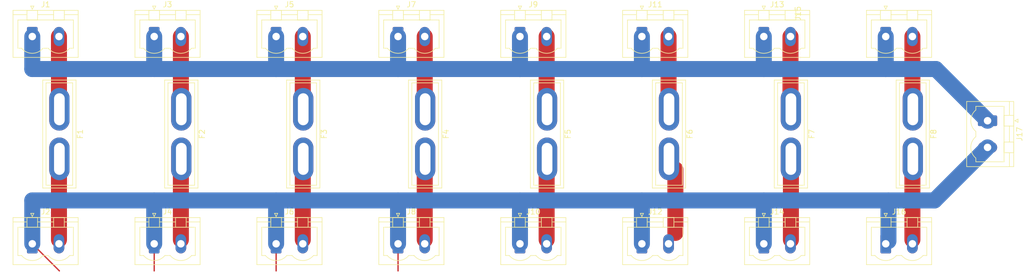
<source format=kicad_pcb>
(kicad_pcb (version 20211014) (generator pcbnew)
  (layers (0 "F.Cu" signal) (31 "B.Cu" signal) (34 "B.Paste" user) (35 "F.Paste" user) (36 "B.SilkS" user "B.Silkscreen") (37 "F.SilkS" user "F.Silkscreen") (38 "B.Mask" user) (39 "F.Mask" user) (44 "Edge.Cuts" user))
  (net 0 "")
  (net 1 "Net-(F1-Pad1)")
  (net 2 "Net-(F1-Pad2)")
  (net 3 "Net-(F2-Pad1)")
  (net 4 "Net-(F2-Pad2)")
  (net 5 "Net-(F3-Pad1)")
  (net 6 "Net-(F3-Pad2)")
  (net 7 "Net-(F4-Pad1)")
  (net 8 "Net-(F4-Pad2)")
  (net 9 "Net-(F5-Pad1)")
  (net 10 "Net-(F5-Pad2)")
  (net 11 "Net-(F6-Pad1)")
  (net 12 "Net-(F6-Pad2)")
  (net 13 "Net-(F7-Pad1)")
  (net 14 "Net-(F7-Pad2)")
  (net 15 "Net-(F8-Pad1)")
  (net 16 "Net-(F8-Pad2)")
  (net 17 "Net-(J1-Pad1)")
  (net 18 "Net-(J10-Pad1)")
  (footprint "Connector_Phoenix_MSTB:PhoenixContact_MSTBVA_2,5_2-G_1x02_P5.00mm_Vertical" (layer "F.Cu") (at 205.74 38.1)
    (fp_text reference "J15" (at -16.445 -4.345 -90) (layer "F.SilkS"))
    (fp_text value "Screw_Terminal_01x02")
    (pad "1" thru_hole roundrect (at 0 0) (size 2 3.6) (drill 1.4) (layers *.Cu *.Mask) (roundrect_rratio 0.125) (net 17 "Net-(J1-Pad1)"))
    (pad "2" thru_hole oval (at 5 0) (size 2 3.6) (drill 1.4) (layers *.Cu *.Mask) (net 15 "Net-(F8-Pad1)"))
  )
  (footprint "Fuse:Fuse_Blade_ATO_directSolder" (layer "F.Cu") (at 96.52 51.738 -90)
    (fp_text reference "F3" (at 4.65 -3.9 -90) (layer "F.SilkS"))
    (fp_text value "Fuse")
    (pad "1" thru_hole oval (at 0 0 270) (size 8 3.8) (drill oval 6 2) (layers *.Cu *.Mask) (net 5 "Net-(F3-Pad1)"))
    (pad "2" thru_hole oval (at 9.3 0 270) (size 8 3.8) (drill oval 6 2) (layers *.Cu *.Mask) (net 6 "Net-(F3-Pad2)"))
  )
  (footprint "Fuse:Fuse_Blade_ATO_directSolder" (layer "F.Cu") (at 73.66 51.738 -90)
    (fp_text reference "F2" (at 4.65 -3.9 -90) (layer "F.SilkS"))
    (fp_text value "Fuse")
    (pad "1" thru_hole oval (at 0 0 270) (size 8 3.8) (drill oval 6 2) (layers *.Cu *.Mask) (net 3 "Net-(F2-Pad1)"))
    (pad "2" thru_hole oval (at 9.3 0 270) (size 8 3.8) (drill oval 6 2) (layers *.Cu *.Mask) (net 4 "Net-(F2-Pad2)"))
  )
  (footprint "Fuse:Fuse_Blade_ATO_directSolder" (layer "F.Cu") (at 50.8 51.738 -90)
    (fp_text reference "F1" (at 4.65 -3.9 -90) (layer "F.SilkS"))
    (fp_text value "Fuse")
    (pad "1" thru_hole oval (at 0 0 270) (size 8 3.8) (drill oval 6 2) (layers *.Cu *.Mask) (net 1 "Net-(F1-Pad1)"))
    (pad "2" thru_hole oval (at 9.3 0 270) (size 8 3.8) (drill oval 6 2) (layers *.Cu *.Mask) (net 2 "Net-(F1-Pad2)"))
  )
  (footprint "Connector_Phoenix_MSTB:PhoenixContact_MSTBVA_2,5_2-G_1x02_P5.00mm_Vertical" (layer "F.Cu") (at 182.88 38.1)
    (fp_text reference "J13" (at 2.5 -6) (layer "F.SilkS"))
    (fp_text value "Screw_Terminal_01x02")
    (pad "1" thru_hole roundrect (at 0 0) (size 2 3.6) (drill 1.4) (layers *.Cu *.Mask) (roundrect_rratio 0.125) (net 17 "Net-(J1-Pad1)"))
    (pad "2" thru_hole oval (at 5 0) (size 2 3.6) (drill 1.4) (layers *.Cu *.Mask) (net 13 "Net-(F7-Pad1)"))
  )
  (footprint "Fuse:Fuse_Blade_ATO_directSolder" (layer "F.Cu") (at 187.96 51.738 -90)
    (fp_text reference "F7" (at 4.65 -3.9 -90) (layer "F.SilkS"))
    (fp_text value "Fuse")
    (pad "1" thru_hole oval (at 0 0 270) (size 8 3.8) (drill oval 6 2) (layers *.Cu *.Mask) (net 13 "Net-(F7-Pad1)"))
    (pad "2" thru_hole oval (at 9.3 0 270) (size 8 3.8) (drill oval 6 2) (layers *.Cu *.Mask) (net 14 "Net-(F7-Pad2)"))
  )
  (footprint "Fuse:Fuse_Blade_ATO_directSolder" (layer "F.Cu") (at 119.38 51.738 -90)
    (fp_text reference "F4" (at 4.65 -3.9 -90) (layer "F.SilkS"))
    (fp_text value "Fuse")
    (pad "1" thru_hole oval (at 0 0 270) (size 8 3.8) (drill oval 6 2) (layers *.Cu *.Mask) (net 7 "Net-(F4-Pad1)"))
    (pad "2" thru_hole oval (at 9.3 0 270) (size 8 3.8) (drill oval 6 2) (layers *.Cu *.Mask) (net 8 "Net-(F4-Pad2)"))
  )
  (footprint "Connector_Phoenix_MSTB:PhoenixContact_MSTBVA_2,5_2-G_1x02_P5.00mm_Vertical" (layer "F.Cu") (at 137.16 76.962)
    (fp_text reference "J10" (at 2.5 -6) (layer "F.SilkS"))
    (fp_text value "Screw_Terminal_01x02")
    (pad "1" thru_hole roundrect (at 0 0) (size 2 3.6) (drill 1.4) (layers *.Cu *.Mask) (roundrect_rratio 0.125) (net 18 "Net-(J10-Pad1)"))
    (pad "2" thru_hole oval (at 5 0) (size 2 3.6) (drill 1.4) (layers *.Cu *.Mask) (net 10 "Net-(F5-Pad2)"))
  )
  (footprint "Connector_Phoenix_MSTB:PhoenixContact_MSTBVA_2,5_2-G_1x02_P5.00mm_Vertical" (layer "F.Cu") (at 160.02 76.962)
    (fp_text reference "J12" (at 2.5 -6) (layer "F.SilkS"))
    (fp_text value "Screw_Terminal_01x02")
    (pad "1" thru_hole roundrect (at 0 0) (size 2 3.6) (drill 1.4) (layers *.Cu *.Mask) (roundrect_rratio 0.125) (net 18 "Net-(J10-Pad1)"))
    (pad "2" thru_hole oval (at 5 0) (size 2 3.6) (drill 1.4) (layers *.Cu *.Mask) (net 12 "Net-(F6-Pad2)"))
  )
  (footprint "Connector_Phoenix_MSTB:PhoenixContact_MSTBVA_2,5_2-G_1x02_P5.00mm_Vertical" (layer "F.Cu") (at 68.58 76.962)
    (fp_text reference "J4" (at 2.5 -6) (layer "F.SilkS"))
    (fp_text value "Screw_Terminal_01x02")
    (pad "1" thru_hole roundrect (at 0 0) (size 2 3.6) (drill 1.4) (layers *.Cu *.Mask) (roundrect_rratio 0.125) (net 18 "Net-(J10-Pad1)"))
    (pad "2" thru_hole oval (at 5 0) (size 2 3.6) (drill 1.4) (layers *.Cu *.Mask) (net 4 "Net-(F2-Pad2)"))
  )
  (footprint "Connector_Phoenix_MSTB:PhoenixContact_MSTBVA_2,5_2-G_1x02_P5.00mm_Vertical" (layer "F.Cu") (at 224.8295 53.888 -90)
    (fp_text reference "J17" (at 2.5 -6 90) (layer "F.SilkS"))
    (fp_text value "Screw_Terminal_01x02")
    (pad "1" thru_hole roundrect (at 0 0 270) (size 2 3.6) (drill 1.4) (layers *.Cu *.Mask) (roundrect_rratio 0.125) (net 17 "Net-(J1-Pad1)"))
    (pad "2" thru_hole oval (at 5 0 270) (size 2 3.6) (drill 1.4) (layers *.Cu *.Mask) (net 18 "Net-(J10-Pad1)"))
  )
  (footprint "Connector_Phoenix_MSTB:PhoenixContact_MSTBVA_2,5_2-G_1x02_P5.00mm_Vertical" (layer "F.Cu") (at 91.44 76.962)
    (fp_text reference "J6" (at 2.5 -6) (layer "F.SilkS"))
    (fp_text value "Screw_Terminal_01x02")
    (pad "1" thru_hole roundrect (at 0 0) (size 2 3.6) (drill 1.4) (layers *.Cu *.Mask) (roundrect_rratio 0.125) (net 18 "Net-(J10-Pad1)"))
    (pad "2" thru_hole oval (at 5 0) (size 2 3.6) (drill 1.4) (layers *.Cu *.Mask) (net 6 "Net-(F3-Pad2)"))
  )
  (footprint "Fuse:Fuse_Blade_ATO_directSolder" (layer "F.Cu") (at 165.1 51.738 -90)
    (fp_text reference "F6" (at 4.65 -3.9 -90) (layer "F.SilkS"))
    (fp_text value "Fuse")
    (pad "1" thru_hole oval (at 0 0 270) (size 8 3.8) (drill oval 6 2) (layers *.Cu *.Mask) (net 11 "Net-(F6-Pad1)"))
    (pad "2" thru_hole oval (at 9.3 0 270) (size 8 3.8) (drill oval 6 2) (layers *.Cu *.Mask) (net 12 "Net-(F6-Pad2)"))
  )
  (footprint "Connector_Phoenix_MSTB:PhoenixContact_MSTBVA_2,5_2-G_1x02_P5.00mm_Vertical" (layer "F.Cu") (at 182.88 76.962)
    (fp_text reference "J14" (at 2.5 -6) (layer "F.SilkS"))
    (fp_text value "Screw_Terminal_01x02")
    (pad "1" thru_hole roundrect (at 0 0) (size 2 3.6) (drill 1.4) (layers *.Cu *.Mask) (roundrect_rratio 0.125) (net 18 "Net-(J10-Pad1)"))
    (pad "2" thru_hole oval (at 5 0) (size 2 3.6) (drill 1.4) (layers *.Cu *.Mask) (net 14 "Net-(F7-Pad2)"))
  )
  (footprint "Connector_Phoenix_MSTB:PhoenixContact_MSTBVA_2,5_2-G_1x02_P5.00mm_Vertical" (layer "F.Cu") (at 91.44 38.1)
    (fp_text reference "J5" (at 2.5 -6) (layer "F.SilkS"))
    (fp_text value "Screw_Terminal_01x02")
    (pad "1" thru_hole roundrect (at 0 0) (size 2 3.6) (drill 1.4) (layers *.Cu *.Mask) (roundrect_rratio 0.125) (net 17 "Net-(J1-Pad1)"))
    (pad "2" thru_hole oval (at 5 0) (size 2 3.6) (drill 1.4) (layers *.Cu *.Mask) (net 5 "Net-(F3-Pad1)"))
  )
  (footprint "Connector_Phoenix_MSTB:PhoenixContact_MSTBVA_2,5_2-G_1x02_P5.00mm_Vertical" (layer "F.Cu") (at 114.3 38.1)
    (fp_text reference "J7" (at 2.5 -6) (layer "F.SilkS"))
    (fp_text value "Screw_Terminal_01x02")
    (pad "1" thru_hole roundrect (at 0 0) (size 2 3.6) (drill 1.4) (layers *.Cu *.Mask) (roundrect_rratio 0.125) (net 17 "Net-(J1-Pad1)"))
    (pad "2" thru_hole oval (at 5 0) (size 2 3.6) (drill 1.4) (layers *.Cu *.Mask) (net 7 "Net-(F4-Pad1)"))
  )
  (footprint "Connector_Phoenix_MSTB:PhoenixContact_MSTBVA_2,5_2-G_1x02_P5.00mm_Vertical" (layer "F.Cu") (at 45.72 38.1)
    (fp_text reference "J1" (at 2.5 -6) (layer "F.SilkS"))
    (fp_text value "Screw_Terminal_01x02")
    (pad "1" thru_hole roundrect (at 0 0) (size 2 3.6) (drill 1.4) (layers *.Cu *.Mask) (roundrect_rratio 0.125) (net 17 "Net-(J1-Pad1)"))
    (pad "2" thru_hole oval (at 5 0) (size 2 3.6) (drill 1.4) (layers *.Cu *.Mask) (net 1 "Net-(F1-Pad1)"))
  )
  (footprint "Connector_Phoenix_MSTB:PhoenixContact_MSTBVA_2,5_2-G_1x02_P5.00mm_Vertical" (layer "F.Cu") (at 160.02 38.1)
    (fp_text reference "J11" (at 2.5 -6) (layer "F.SilkS"))
    (fp_text value "Screw_Terminal_01x02")
    (pad "1" thru_hole roundrect (at 0 0) (size 2 3.6) (drill 1.4) (layers *.Cu *.Mask) (roundrect_rratio 0.125) (net 17 "Net-(J1-Pad1)"))
    (pad "2" thru_hole oval (at 5 0) (size 2 3.6) (drill 1.4) (layers *.Cu *.Mask) (net 11 "Net-(F6-Pad1)"))
  )
  (footprint "Fuse:Fuse_Blade_ATO_directSolder" (layer "F.Cu") (at 142.24 51.738 -90)
    (fp_text reference "F5" (at 4.65 -3.9 -90) (layer "F.SilkS"))
    (fp_text value "Fuse")
    (pad "1" thru_hole oval (at 0 0 270) (size 8 3.8) (drill oval 6 2) (layers *.Cu *.Mask) (net 9 "Net-(F5-Pad1)"))
    (pad "2" thru_hole oval (at 9.3 0 270) (size 8 3.8) (drill oval 6 2) (layers *.Cu *.Mask) (net 10 "Net-(F5-Pad2)"))
  )
  (footprint "Connector_Phoenix_MSTB:PhoenixContact_MSTBVA_2,5_2-G_1x02_P5.00mm_Vertical" (layer "F.Cu") (at 68.58 38.1)
    (fp_text reference "J3" (at 2.5 -6) (layer "F.SilkS"))
    (fp_text value "Screw_Terminal_01x02")
    (pad "1" thru_hole roundrect (at 0 0) (size 2 3.6) (drill 1.4) (layers *.Cu *.Mask) (roundrect_rratio 0.125) (net 17 "Net-(J1-Pad1)"))
    (pad "2" thru_hole oval (at 5 0) (size 2 3.6) (drill 1.4) (layers *.Cu *.Mask) (net 3 "Net-(F2-Pad1)"))
  )
  (footprint "Connector_Phoenix_MSTB:PhoenixContact_MSTBVA_2,5_2-G_1x02_P5.00mm_Vertical" (layer "F.Cu") (at 114.3 76.962)
    (fp_text reference "J8" (at 2.5 -6) (layer "F.SilkS"))
    (fp_text value "Screw_Terminal_01x02")
    (pad "1" thru_hole roundrect (at 0 0) (size 2 3.6) (drill 1.4) (layers *.Cu *.Mask) (roundrect_rratio 0.125) (net 18 "Net-(J10-Pad1)"))
    (pad "2" thru_hole oval (at 5 0) (size 2 3.6) (drill 1.4) (layers *.Cu *.Mask) (net 8 "Net-(F4-Pad2)"))
  )
  (footprint "Connector_Phoenix_MSTB:PhoenixContact_MSTBVA_2,5_2-G_1x02_P5.00mm_Vertical" (layer "F.Cu") (at 137.16 38.1)
    (fp_text reference "J9" (at 2.5 -6) (layer "F.SilkS"))
    (fp_text value "Screw_Terminal_01x02")
    (pad "1" thru_hole roundrect (at 0 0) (size 2 3.6) (drill 1.4) (layers *.Cu *.Mask) (roundrect_rratio 0.125) (net 17 "Net-(J1-Pad1)"))
    (pad "2" thru_hole oval (at 5 0) (size 2 3.6) (drill 1.4) (layers *.Cu *.Mask) (net 9 "Net-(F5-Pad1)"))
  )
  (footprint "Connector_Phoenix_MSTB:PhoenixContact_MSTBVA_2,5_2-G_1x02_P5.00mm_Vertical" (layer "F.Cu") (at 45.72 76.962)
    (fp_text reference "J2" (at 2.5 -6) (layer "F.SilkS"))
    (fp_text value "Screw_Terminal_01x02")
    (pad "1" thru_hole roundrect (at 0 0) (size 2 3.6) (drill 1.4) (layers *.Cu *.Mask) (roundrect_rratio 0.125) (net 18 "Net-(J10-Pad1)"))
    (pad "2" thru_hole oval (at 5 0) (size 2 3.6) (drill 1.4) (layers *.Cu *.Mask) (net 2 "Net-(F1-Pad2)"))
  )
  (footprint "Fuse:Fuse_Blade_ATO_directSolder" (layer "F.Cu") (at 210.82 51.738 -90)
    (fp_text reference "F8" (at 4.65 -3.9 -90) (layer "F.SilkS"))
    (fp_text value "Fuse")
    (pad "1" thru_hole oval (at 0 0 270) (size 8 3.8) (drill oval 6 2) (layers *.Cu *.Mask) (net 15 "Net-(F8-Pad1)"))
    (pad "2" thru_hole oval (at 9.3 0 270) (size 8 3.8) (drill oval 6 2) (layers *.Cu *.Mask) (net 16 "Net-(F8-Pad2)"))
  )
  (footprint "Connector_Phoenix_MSTB:PhoenixContact_MSTBVA_2,5_2-G_1x02_P5.00mm_Vertical" (layer "F.Cu") (at 205.74 76.962)
    (fp_text reference "J16" (at 2.5 -6) (layer "F.SilkS"))
    (fp_text value "Screw_Terminal_01x02")
    (pad "1" thru_hole roundrect (at 0 0) (size 2 3.6) (drill 1.4) (layers *.Cu *.Mask) (roundrect_rratio 0.125) (net 18 "Net-(J10-Pad1)"))
    (pad "2" thru_hole oval (at 5 0) (size 2 3.6) (drill 1.4) (layers *.Cu *.Mask) (net 16 "Net-(F8-Pad2)"))
  )
  (segment (start 50.72 38.1) (end 50.72 52.54) (width 3) (layer "F.Cu") (net 1))
  (segment (start 49.52 50) (end 50.8 51.28) (width 0.25) (layer "F.Cu") (net 1))
  (segment (start 50.8 60.48) (end 49.52 61.76) (width 0.25) (layer "F.Cu") (net 2))
  (segment (start 50.72 64.3) (end 50.72 76.2) (width 3) (layer "F.Cu") (net 2))
  (segment (start 73.58 38.1) (end 73.58 52.54) (width 3) (layer "F.Cu") (net 3))
  (segment (start 72.38 50) (end 73.66 51.28) (width 0.25) (layer "F.Cu") (net 3))
  (segment (start 73.58 76.2) (end 73.58 64.3) (width 3) (layer "F.Cu") (net 4))
  (segment (start 72.38 61.76) (end 73.66 60.48) (width 0.25) (layer "F.Cu") (net 4))
  (segment (start 96.44 38.1) (end 96.44 52.54) (width 3) (layer "F.Cu") (net 5))
  (segment (start 95.24 50) (end 96.52 51.28) (width 0.25) (layer "F.Cu") (net 5))
  (segment (start 96.52 60.48) (end 95.24 61.76) (width 0.25) (layer "F.Cu") (net 6))
  (segment (start 96.44 64.3) (end 96.44 76.2) (width 3) (layer "F.Cu") (net 6))
  (segment (start 119.3 38.1) (end 119.3 52.54) (width 3) (layer "F.Cu") (net 7))
  (segment (start 118.1 50) (end 119.38 51.28) (width 0.25) (layer "F.Cu") (net 7))
  (segment (start 118.1 61.76) (end 119.38 60.48) (width 0.25) (layer "F.Cu") (net 8))
  (segment (start 119.3 76.2) (end 119.3 64.3) (width 3) (layer "F.Cu") (net 8))
  (segment (start 140.96 50) (end 142.24 51.28) (width 0.25) (layer "F.Cu") (net 9))
  (segment (start 142.16 38.1) (end 142.16 52.54) (width 3) (layer "F.Cu") (net 9))
  (segment (start 142.16 64.3) (end 142.16 76.2) (width 3) (layer "F.Cu") (net 10))
  (segment (start 142.24 60.48) (end 140.96 61.76) (width 0.25) (layer "F.Cu") (net 10))
  (segment (start 165.02 38.1) (end 165.02 52.54) (width 3) (layer "F.Cu") (net 11))
  (segment (start 163.82 50) (end 165.1 51.28) (width 0.25) (layer "F.Cu") (net 11))
  (segment (start 166.3 63.02) (end 166.3 74.92) (width 3) (layer "F.Cu") (net 12))
  (segment (start 166.3 75.682) (end 165.02 76.962) (width 0.25) (layer "F.Cu") (net 12))
  (segment (start 187.88 38.1) (end 187.88 52.54) (width 3) (layer "F.Cu") (net 13))
  (segment (start 186.68 50) (end 187.96 51.28) (width 0.25) (layer "F.Cu") (net 13))
  (segment (start 187.96 64.22) (end 187.96 76.2) (width 3) (layer "F.Cu") (net 14))
  (segment (start 187.96 60.48) (end 186.76 61.68) (width 0.25) (layer "F.Cu") (net 14))
  (segment (start 210.74 38.1) (end 210.74 52.54) (width 3) (layer "F.Cu") (net 15))
  (segment (start 209.54 50) (end 210.82 51.28) (width 0.25) (layer "F.Cu") (net 15))
  (segment (start 210.74 76.2) (end 210.74 64.3) (width 3) (layer "F.Cu") (net 16))
  (segment (start 209.54 61.76) (end 210.82 60.48) (width 0.25) (layer "F.Cu") (net 16))
  (segment (start 68.58 38.1) (end 68.58 44.196) (width 3) (layer "B.Cu") (net 17))
  (segment (start 137.16 44.196) (end 160.02 44.196) (width 3) (layer "B.Cu") (net 17))
  (segment (start 91.44 44.196) (end 91.44 38.1) (width 3) (layer "B.Cu") (net 17))
  (segment (start 114.3 44.196) (end 137.16 44.196) (width 3) (layer "B.Cu") (net 17))
  (segment (start 137.16 44.196) (end 137.16 38.1) (width 3) (layer "B.Cu") (net 17))
  (segment (start 182.88 44.196) (end 182.88 38.1) (width 3) (layer "B.Cu") (net 17))
  (segment (start 68.58 43.688) (end 68.072 44.196) (width 0.25) (layer "B.Cu") (net 17))
  (segment (start 91.44 44.196) (end 114.3 44.196) (width 3) (layer "B.Cu") (net 17))
  (segment (start 68.58 44.196) (end 91.44 44.196) (width 3) (layer "B.Cu") (net 17))
  (segment (start 45.72 44.196) (end 45.72 38.1) (width 3) (layer "B.Cu") (net 17))
  (segment (start 205.74 44.196) (end 215.1375 44.196) (width 3) (layer "B.Cu") (net 17))
  (segment (start 215.1375 44.196) (end 224.8295 53.888) (width 3) (layer "B.Cu") (net 17))
  (segment (start 160.02 44.196) (end 182.88 44.196) (width 3) (layer "B.Cu") (net 17))
  (segment (start 205.74 44.196) (end 205.74 38.1) (width 3) (layer "B.Cu") (net 17))
  (segment (start 114.3 44.196) (end 114.3 38.1) (width 3) (layer "B.Cu") (net 17))
  (segment (start 68.072 44.196) (end 45.72 44.196) (width 3) (layer "B.Cu") (net 17))
  (segment (start 160.02 44.196) (end 160.02 38.1) (width 3) (layer "B.Cu") (net 17))
  (segment (start 182.88 44.196) (end 205.74 44.196) (width 3) (layer "B.Cu") (net 17))
  (segment (start 45.72 76.962) (end 50.8 82.042) (width 0.25) (layer "F.Cu") (net 18))
  (segment (start 68.58 82.042) (end 68.58 76.962) (width 0.25) (layer "F.Cu") (net 18))
  (segment (start 91.44 82.042) (end 91.44 76.962) (width 0.25) (layer "F.Cu") (net 18))
  (segment (start 114.3 82.042) (end 114.3 76.962) (width 0.25) (layer "F.Cu") (net 18))
  (segment (start 91.44 68.834) (end 91.44 76.962) (width 3) (layer "B.Cu") (net 18))
  (segment (start 91.44 68.834) (end 68.58 68.834) (width 3) (layer "B.Cu") (net 18))
  (segment (start 206.248 68.834) (end 214.8835 68.834) (width 3) (layer "B.Cu") (net 18))
  (segment (start 45.72 68.834) (end 45.72 76.962) (width 3) (layer "B.Cu") (net 18))
  (segment (start 214.8835 68.834) (end 224.8295 58.888) (width 3) (layer "B.Cu") (net 18))
  (segment (start 160.02 68.834) (end 137.16 68.834) (width 3) (layer "B.Cu") (net 18))
  (segment (start 182.88 68.834) (end 182.88 76.962) (width 3) (layer "B.Cu") (net 18))
  (segment (start 206.248 76.454) (end 205.74 76.962) (width 0.25) (layer "B.Cu") (net 18))
  (segment (start 114.3 68.834) (end 114.3 76.962) (width 3) (layer "B.Cu") (net 18))
  (segment (start 68.58 68.834) (end 68.58 76.962) (width 3) (layer "B.Cu") (net 18))
  (segment (start 68.58 68.834) (end 45.72 68.834) (width 3) (layer "B.Cu") (net 18))
  (segment (start 137.16 68.834) (end 114.3 68.834) (width 3) (layer "B.Cu") (net 18))
  (segment (start 206.248 68.834) (end 182.88 68.834) (width 3) (layer "B.Cu") (net 18))
  (segment (start 137.16 68.834) (end 137.16 76.962) (width 3) (layer "B.Cu") (net 18))
  (segment (start 160.02 68.834) (end 160.02 76.962) (width 3) (layer "B.Cu") (net 18))
  (segment (start 114.3 68.834) (end 91.44 68.834) (width 3) (layer "B.Cu") (net 18))
  (segment (start 182.88 68.834) (end 160.02 68.834) (width 3) (layer "B.Cu") (net 18))
  (segment (start 206.248 68.834) (end 206.248 76.454) (width 3) (layer "B.Cu") (net 18))
)
</source>
